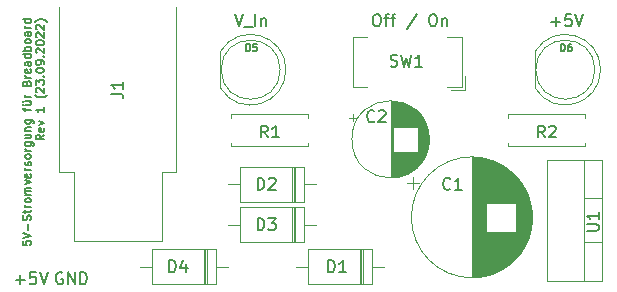
<source format=gbr>
%TF.GenerationSoftware,KiCad,Pcbnew,6.0.5-2.fc35*%
%TF.CreationDate,2022-09-23T18:32:41+02:00*%
%TF.ProjectId,Stromversorgung f_r Breadboard,5374726f-6d76-4657-9273-6f7267756e67,1*%
%TF.SameCoordinates,Original*%
%TF.FileFunction,Legend,Top*%
%TF.FilePolarity,Positive*%
%FSLAX46Y46*%
G04 Gerber Fmt 4.6, Leading zero omitted, Abs format (unit mm)*
G04 Created by KiCad (PCBNEW 6.0.5-2.fc35) date 2022-09-23 18:32:41*
%MOMM*%
%LPD*%
G01*
G04 APERTURE LIST*
%ADD10C,0.150000*%
%ADD11C,0.120000*%
G04 APERTURE END LIST*
D10*
X115258166Y-83419833D02*
X115258166Y-83753166D01*
X115591500Y-83786500D01*
X115558166Y-83753166D01*
X115524833Y-83686500D01*
X115524833Y-83519833D01*
X115558166Y-83453166D01*
X115591500Y-83419833D01*
X115658166Y-83386500D01*
X115824833Y-83386500D01*
X115891500Y-83419833D01*
X115924833Y-83453166D01*
X115958166Y-83519833D01*
X115958166Y-83686500D01*
X115924833Y-83753166D01*
X115891500Y-83786500D01*
X115258166Y-83186500D02*
X115958166Y-82953166D01*
X115258166Y-82719833D01*
X115691500Y-82486500D02*
X115691500Y-81953166D01*
X115924833Y-81653166D02*
X115958166Y-81553166D01*
X115958166Y-81386500D01*
X115924833Y-81319833D01*
X115891500Y-81286500D01*
X115824833Y-81253166D01*
X115758166Y-81253166D01*
X115691500Y-81286500D01*
X115658166Y-81319833D01*
X115624833Y-81386500D01*
X115591500Y-81519833D01*
X115558166Y-81586500D01*
X115524833Y-81619833D01*
X115458166Y-81653166D01*
X115391500Y-81653166D01*
X115324833Y-81619833D01*
X115291500Y-81586500D01*
X115258166Y-81519833D01*
X115258166Y-81353166D01*
X115291500Y-81253166D01*
X115491500Y-81053166D02*
X115491500Y-80786500D01*
X115258166Y-80953166D02*
X115858166Y-80953166D01*
X115924833Y-80919833D01*
X115958166Y-80853166D01*
X115958166Y-80786500D01*
X115958166Y-80553166D02*
X115491500Y-80553166D01*
X115624833Y-80553166D02*
X115558166Y-80519833D01*
X115524833Y-80486500D01*
X115491500Y-80419833D01*
X115491500Y-80353166D01*
X115958166Y-80019833D02*
X115924833Y-80086500D01*
X115891500Y-80119833D01*
X115824833Y-80153166D01*
X115624833Y-80153166D01*
X115558166Y-80119833D01*
X115524833Y-80086500D01*
X115491500Y-80019833D01*
X115491500Y-79919833D01*
X115524833Y-79853166D01*
X115558166Y-79819833D01*
X115624833Y-79786500D01*
X115824833Y-79786500D01*
X115891500Y-79819833D01*
X115924833Y-79853166D01*
X115958166Y-79919833D01*
X115958166Y-80019833D01*
X115958166Y-79486500D02*
X115491500Y-79486500D01*
X115558166Y-79486500D02*
X115524833Y-79453166D01*
X115491500Y-79386500D01*
X115491500Y-79286500D01*
X115524833Y-79219833D01*
X115591500Y-79186500D01*
X115958166Y-79186500D01*
X115591500Y-79186500D02*
X115524833Y-79153166D01*
X115491500Y-79086500D01*
X115491500Y-78986500D01*
X115524833Y-78919833D01*
X115591500Y-78886500D01*
X115958166Y-78886500D01*
X115491500Y-78619833D02*
X115958166Y-78453166D01*
X115491500Y-78286500D01*
X115924833Y-77753166D02*
X115958166Y-77819833D01*
X115958166Y-77953166D01*
X115924833Y-78019833D01*
X115858166Y-78053166D01*
X115591500Y-78053166D01*
X115524833Y-78019833D01*
X115491500Y-77953166D01*
X115491500Y-77819833D01*
X115524833Y-77753166D01*
X115591500Y-77719833D01*
X115658166Y-77719833D01*
X115724833Y-78053166D01*
X115958166Y-77419833D02*
X115491500Y-77419833D01*
X115624833Y-77419833D02*
X115558166Y-77386500D01*
X115524833Y-77353166D01*
X115491500Y-77286500D01*
X115491500Y-77219833D01*
X115924833Y-77019833D02*
X115958166Y-76953166D01*
X115958166Y-76819833D01*
X115924833Y-76753166D01*
X115858166Y-76719833D01*
X115824833Y-76719833D01*
X115758166Y-76753166D01*
X115724833Y-76819833D01*
X115724833Y-76919833D01*
X115691500Y-76986500D01*
X115624833Y-77019833D01*
X115591500Y-77019833D01*
X115524833Y-76986500D01*
X115491500Y-76919833D01*
X115491500Y-76819833D01*
X115524833Y-76753166D01*
X115958166Y-76319833D02*
X115924833Y-76386500D01*
X115891500Y-76419833D01*
X115824833Y-76453166D01*
X115624833Y-76453166D01*
X115558166Y-76419833D01*
X115524833Y-76386500D01*
X115491500Y-76319833D01*
X115491500Y-76219833D01*
X115524833Y-76153166D01*
X115558166Y-76119833D01*
X115624833Y-76086500D01*
X115824833Y-76086500D01*
X115891500Y-76119833D01*
X115924833Y-76153166D01*
X115958166Y-76219833D01*
X115958166Y-76319833D01*
X115958166Y-75786500D02*
X115491500Y-75786500D01*
X115624833Y-75786500D02*
X115558166Y-75753166D01*
X115524833Y-75719833D01*
X115491500Y-75653166D01*
X115491500Y-75586500D01*
X115491500Y-75053166D02*
X116058166Y-75053166D01*
X116124833Y-75086500D01*
X116158166Y-75119833D01*
X116191500Y-75186500D01*
X116191500Y-75286500D01*
X116158166Y-75353166D01*
X115924833Y-75053166D02*
X115958166Y-75119833D01*
X115958166Y-75253166D01*
X115924833Y-75319833D01*
X115891500Y-75353166D01*
X115824833Y-75386500D01*
X115624833Y-75386500D01*
X115558166Y-75353166D01*
X115524833Y-75319833D01*
X115491500Y-75253166D01*
X115491500Y-75119833D01*
X115524833Y-75053166D01*
X115491500Y-74419833D02*
X115958166Y-74419833D01*
X115491500Y-74719833D02*
X115858166Y-74719833D01*
X115924833Y-74686500D01*
X115958166Y-74619833D01*
X115958166Y-74519833D01*
X115924833Y-74453166D01*
X115891500Y-74419833D01*
X115491500Y-74086500D02*
X115958166Y-74086500D01*
X115558166Y-74086500D02*
X115524833Y-74053166D01*
X115491500Y-73986500D01*
X115491500Y-73886500D01*
X115524833Y-73819833D01*
X115591500Y-73786500D01*
X115958166Y-73786500D01*
X115491500Y-73153166D02*
X116058166Y-73153166D01*
X116124833Y-73186500D01*
X116158166Y-73219833D01*
X116191500Y-73286500D01*
X116191500Y-73386500D01*
X116158166Y-73453166D01*
X115924833Y-73153166D02*
X115958166Y-73219833D01*
X115958166Y-73353166D01*
X115924833Y-73419833D01*
X115891500Y-73453166D01*
X115824833Y-73486500D01*
X115624833Y-73486500D01*
X115558166Y-73453166D01*
X115524833Y-73419833D01*
X115491500Y-73353166D01*
X115491500Y-73219833D01*
X115524833Y-73153166D01*
X115491500Y-72386500D02*
X115491500Y-72119833D01*
X115958166Y-72286500D02*
X115358166Y-72286500D01*
X115291500Y-72253166D01*
X115258166Y-72186500D01*
X115258166Y-72119833D01*
X115491500Y-71586500D02*
X115958166Y-71586500D01*
X115491500Y-71886500D02*
X115858166Y-71886500D01*
X115924833Y-71853166D01*
X115958166Y-71786500D01*
X115958166Y-71686500D01*
X115924833Y-71619833D01*
X115891500Y-71586500D01*
X115258166Y-71853166D02*
X115291500Y-71819833D01*
X115324833Y-71853166D01*
X115291500Y-71886500D01*
X115258166Y-71853166D01*
X115324833Y-71853166D01*
X115258166Y-71586500D02*
X115291500Y-71553166D01*
X115324833Y-71586500D01*
X115291500Y-71619833D01*
X115258166Y-71586500D01*
X115324833Y-71586500D01*
X115958166Y-71253166D02*
X115491500Y-71253166D01*
X115624833Y-71253166D02*
X115558166Y-71219833D01*
X115524833Y-71186500D01*
X115491500Y-71119833D01*
X115491500Y-71053166D01*
X115591500Y-70053166D02*
X115624833Y-69953166D01*
X115658166Y-69919833D01*
X115724833Y-69886500D01*
X115824833Y-69886500D01*
X115891500Y-69919833D01*
X115924833Y-69953166D01*
X115958166Y-70019833D01*
X115958166Y-70286500D01*
X115258166Y-70286500D01*
X115258166Y-70053166D01*
X115291500Y-69986500D01*
X115324833Y-69953166D01*
X115391500Y-69919833D01*
X115458166Y-69919833D01*
X115524833Y-69953166D01*
X115558166Y-69986500D01*
X115591500Y-70053166D01*
X115591500Y-70286500D01*
X115958166Y-69586500D02*
X115491500Y-69586500D01*
X115624833Y-69586500D02*
X115558166Y-69553166D01*
X115524833Y-69519833D01*
X115491500Y-69453166D01*
X115491500Y-69386500D01*
X115924833Y-68886500D02*
X115958166Y-68953166D01*
X115958166Y-69086500D01*
X115924833Y-69153166D01*
X115858166Y-69186500D01*
X115591500Y-69186500D01*
X115524833Y-69153166D01*
X115491500Y-69086500D01*
X115491500Y-68953166D01*
X115524833Y-68886500D01*
X115591500Y-68853166D01*
X115658166Y-68853166D01*
X115724833Y-69186500D01*
X115958166Y-68253166D02*
X115591500Y-68253166D01*
X115524833Y-68286500D01*
X115491500Y-68353166D01*
X115491500Y-68486500D01*
X115524833Y-68553166D01*
X115924833Y-68253166D02*
X115958166Y-68319833D01*
X115958166Y-68486500D01*
X115924833Y-68553166D01*
X115858166Y-68586500D01*
X115791500Y-68586500D01*
X115724833Y-68553166D01*
X115691500Y-68486500D01*
X115691500Y-68319833D01*
X115658166Y-68253166D01*
X115958166Y-67619833D02*
X115258166Y-67619833D01*
X115924833Y-67619833D02*
X115958166Y-67686500D01*
X115958166Y-67819833D01*
X115924833Y-67886500D01*
X115891500Y-67919833D01*
X115824833Y-67953166D01*
X115624833Y-67953166D01*
X115558166Y-67919833D01*
X115524833Y-67886500D01*
X115491500Y-67819833D01*
X115491500Y-67686500D01*
X115524833Y-67619833D01*
X115958166Y-67286500D02*
X115258166Y-67286500D01*
X115524833Y-67286500D02*
X115491500Y-67219833D01*
X115491500Y-67086500D01*
X115524833Y-67019833D01*
X115558166Y-66986500D01*
X115624833Y-66953166D01*
X115824833Y-66953166D01*
X115891500Y-66986500D01*
X115924833Y-67019833D01*
X115958166Y-67086500D01*
X115958166Y-67219833D01*
X115924833Y-67286500D01*
X115958166Y-66553166D02*
X115924833Y-66619833D01*
X115891500Y-66653166D01*
X115824833Y-66686500D01*
X115624833Y-66686500D01*
X115558166Y-66653166D01*
X115524833Y-66619833D01*
X115491500Y-66553166D01*
X115491500Y-66453166D01*
X115524833Y-66386500D01*
X115558166Y-66353166D01*
X115624833Y-66319833D01*
X115824833Y-66319833D01*
X115891500Y-66353166D01*
X115924833Y-66386500D01*
X115958166Y-66453166D01*
X115958166Y-66553166D01*
X115958166Y-65719833D02*
X115591500Y-65719833D01*
X115524833Y-65753166D01*
X115491500Y-65819833D01*
X115491500Y-65953166D01*
X115524833Y-66019833D01*
X115924833Y-65719833D02*
X115958166Y-65786500D01*
X115958166Y-65953166D01*
X115924833Y-66019833D01*
X115858166Y-66053166D01*
X115791500Y-66053166D01*
X115724833Y-66019833D01*
X115691500Y-65953166D01*
X115691500Y-65786500D01*
X115658166Y-65719833D01*
X115958166Y-65386500D02*
X115491500Y-65386500D01*
X115624833Y-65386500D02*
X115558166Y-65353166D01*
X115524833Y-65319833D01*
X115491500Y-65253166D01*
X115491500Y-65186500D01*
X115958166Y-64653166D02*
X115258166Y-64653166D01*
X115924833Y-64653166D02*
X115958166Y-64719833D01*
X115958166Y-64853166D01*
X115924833Y-64919833D01*
X115891500Y-64953166D01*
X115824833Y-64986500D01*
X115624833Y-64986500D01*
X115558166Y-64953166D01*
X115524833Y-64919833D01*
X115491500Y-64853166D01*
X115491500Y-64719833D01*
X115524833Y-64653166D01*
X117085166Y-74419833D02*
X116751833Y-74653166D01*
X117085166Y-74819833D02*
X116385166Y-74819833D01*
X116385166Y-74553166D01*
X116418500Y-74486500D01*
X116451833Y-74453166D01*
X116518500Y-74419833D01*
X116618500Y-74419833D01*
X116685166Y-74453166D01*
X116718500Y-74486500D01*
X116751833Y-74553166D01*
X116751833Y-74819833D01*
X117051833Y-73853166D02*
X117085166Y-73919833D01*
X117085166Y-74053166D01*
X117051833Y-74119833D01*
X116985166Y-74153166D01*
X116718500Y-74153166D01*
X116651833Y-74119833D01*
X116618500Y-74053166D01*
X116618500Y-73919833D01*
X116651833Y-73853166D01*
X116718500Y-73819833D01*
X116785166Y-73819833D01*
X116851833Y-74153166D01*
X116618500Y-73586500D02*
X117085166Y-73419833D01*
X116618500Y-73253166D01*
X117085166Y-72086500D02*
X117085166Y-72486500D01*
X117085166Y-72286500D02*
X116385166Y-72286500D01*
X116485166Y-72353166D01*
X116551833Y-72419833D01*
X116585166Y-72486500D01*
X117351833Y-71053166D02*
X117318500Y-71086500D01*
X117218500Y-71153166D01*
X117151833Y-71186500D01*
X117051833Y-71219833D01*
X116885166Y-71253166D01*
X116751833Y-71253166D01*
X116585166Y-71219833D01*
X116485166Y-71186500D01*
X116418500Y-71153166D01*
X116318500Y-71086500D01*
X116285166Y-71053166D01*
X116451833Y-70819833D02*
X116418500Y-70786500D01*
X116385166Y-70719833D01*
X116385166Y-70553166D01*
X116418500Y-70486500D01*
X116451833Y-70453166D01*
X116518500Y-70419833D01*
X116585166Y-70419833D01*
X116685166Y-70453166D01*
X117085166Y-70853166D01*
X117085166Y-70419833D01*
X116385166Y-70186500D02*
X116385166Y-69753166D01*
X116651833Y-69986500D01*
X116651833Y-69886500D01*
X116685166Y-69819833D01*
X116718500Y-69786500D01*
X116785166Y-69753166D01*
X116951833Y-69753166D01*
X117018500Y-69786500D01*
X117051833Y-69819833D01*
X117085166Y-69886500D01*
X117085166Y-70086500D01*
X117051833Y-70153166D01*
X117018500Y-70186500D01*
X117018500Y-69453166D02*
X117051833Y-69419833D01*
X117085166Y-69453166D01*
X117051833Y-69486500D01*
X117018500Y-69453166D01*
X117085166Y-69453166D01*
X116385166Y-68986500D02*
X116385166Y-68919833D01*
X116418500Y-68853166D01*
X116451833Y-68819833D01*
X116518500Y-68786500D01*
X116651833Y-68753166D01*
X116818500Y-68753166D01*
X116951833Y-68786500D01*
X117018500Y-68819833D01*
X117051833Y-68853166D01*
X117085166Y-68919833D01*
X117085166Y-68986500D01*
X117051833Y-69053166D01*
X117018500Y-69086500D01*
X116951833Y-69119833D01*
X116818500Y-69153166D01*
X116651833Y-69153166D01*
X116518500Y-69119833D01*
X116451833Y-69086500D01*
X116418500Y-69053166D01*
X116385166Y-68986500D01*
X117085166Y-68419833D02*
X117085166Y-68286500D01*
X117051833Y-68219833D01*
X117018500Y-68186500D01*
X116918500Y-68119833D01*
X116785166Y-68086500D01*
X116518500Y-68086500D01*
X116451833Y-68119833D01*
X116418500Y-68153166D01*
X116385166Y-68219833D01*
X116385166Y-68353166D01*
X116418500Y-68419833D01*
X116451833Y-68453166D01*
X116518500Y-68486500D01*
X116685166Y-68486500D01*
X116751833Y-68453166D01*
X116785166Y-68419833D01*
X116818500Y-68353166D01*
X116818500Y-68219833D01*
X116785166Y-68153166D01*
X116751833Y-68119833D01*
X116685166Y-68086500D01*
X117018500Y-67786500D02*
X117051833Y-67753166D01*
X117085166Y-67786500D01*
X117051833Y-67819833D01*
X117018500Y-67786500D01*
X117085166Y-67786500D01*
X116451833Y-67486500D02*
X116418500Y-67453166D01*
X116385166Y-67386500D01*
X116385166Y-67219833D01*
X116418500Y-67153166D01*
X116451833Y-67119833D01*
X116518500Y-67086500D01*
X116585166Y-67086500D01*
X116685166Y-67119833D01*
X117085166Y-67519833D01*
X117085166Y-67086500D01*
X116385166Y-66653166D02*
X116385166Y-66586500D01*
X116418500Y-66519833D01*
X116451833Y-66486500D01*
X116518500Y-66453166D01*
X116651833Y-66419833D01*
X116818500Y-66419833D01*
X116951833Y-66453166D01*
X117018500Y-66486500D01*
X117051833Y-66519833D01*
X117085166Y-66586500D01*
X117085166Y-66653166D01*
X117051833Y-66719833D01*
X117018500Y-66753166D01*
X116951833Y-66786500D01*
X116818500Y-66819833D01*
X116651833Y-66819833D01*
X116518500Y-66786500D01*
X116451833Y-66753166D01*
X116418500Y-66719833D01*
X116385166Y-66653166D01*
X116451833Y-66153166D02*
X116418500Y-66119833D01*
X116385166Y-66053166D01*
X116385166Y-65886500D01*
X116418500Y-65819833D01*
X116451833Y-65786500D01*
X116518500Y-65753166D01*
X116585166Y-65753166D01*
X116685166Y-65786500D01*
X117085166Y-66186500D01*
X117085166Y-65753166D01*
X116451833Y-65486500D02*
X116418500Y-65453166D01*
X116385166Y-65386500D01*
X116385166Y-65219833D01*
X116418500Y-65153166D01*
X116451833Y-65119833D01*
X116518500Y-65086500D01*
X116585166Y-65086500D01*
X116685166Y-65119833D01*
X117085166Y-65519833D01*
X117085166Y-65086500D01*
X117351833Y-64853166D02*
X117318500Y-64819833D01*
X117218500Y-64753166D01*
X117151833Y-64719833D01*
X117051833Y-64686500D01*
X116885166Y-64653166D01*
X116751833Y-64653166D01*
X116585166Y-64686500D01*
X116485166Y-64719833D01*
X116418500Y-64753166D01*
X116318500Y-64819833D01*
X116285166Y-64853166D01*
X160004285Y-64841428D02*
X160766190Y-64841428D01*
X160385238Y-65222380D02*
X160385238Y-64460476D01*
X161718571Y-64222380D02*
X161242380Y-64222380D01*
X161194761Y-64698571D01*
X161242380Y-64650952D01*
X161337619Y-64603333D01*
X161575714Y-64603333D01*
X161670952Y-64650952D01*
X161718571Y-64698571D01*
X161766190Y-64793809D01*
X161766190Y-65031904D01*
X161718571Y-65127142D01*
X161670952Y-65174761D01*
X161575714Y-65222380D01*
X161337619Y-65222380D01*
X161242380Y-65174761D01*
X161194761Y-65127142D01*
X162051904Y-64222380D02*
X162385238Y-65222380D01*
X162718571Y-64222380D01*
X145153428Y-64222380D02*
X145343904Y-64222380D01*
X145439142Y-64270000D01*
X145534380Y-64365238D01*
X145582000Y-64555714D01*
X145582000Y-64889047D01*
X145534380Y-65079523D01*
X145439142Y-65174761D01*
X145343904Y-65222380D01*
X145153428Y-65222380D01*
X145058190Y-65174761D01*
X144962952Y-65079523D01*
X144915333Y-64889047D01*
X144915333Y-64555714D01*
X144962952Y-64365238D01*
X145058190Y-64270000D01*
X145153428Y-64222380D01*
X145867714Y-64555714D02*
X146248666Y-64555714D01*
X146010571Y-65222380D02*
X146010571Y-64365238D01*
X146058190Y-64270000D01*
X146153428Y-64222380D01*
X146248666Y-64222380D01*
X146439142Y-64555714D02*
X146820095Y-64555714D01*
X146582000Y-65222380D02*
X146582000Y-64365238D01*
X146629619Y-64270000D01*
X146724857Y-64222380D01*
X146820095Y-64222380D01*
X148629619Y-64174761D02*
X147772476Y-65460476D01*
X149915333Y-64222380D02*
X150105809Y-64222380D01*
X150201047Y-64270000D01*
X150296285Y-64365238D01*
X150343904Y-64555714D01*
X150343904Y-64889047D01*
X150296285Y-65079523D01*
X150201047Y-65174761D01*
X150105809Y-65222380D01*
X149915333Y-65222380D01*
X149820095Y-65174761D01*
X149724857Y-65079523D01*
X149677238Y-64889047D01*
X149677238Y-64555714D01*
X149724857Y-64365238D01*
X149820095Y-64270000D01*
X149915333Y-64222380D01*
X150772476Y-64555714D02*
X150772476Y-65222380D01*
X150772476Y-64650952D02*
X150820095Y-64603333D01*
X150915333Y-64555714D01*
X151058190Y-64555714D01*
X151153428Y-64603333D01*
X151201047Y-64698571D01*
X151201047Y-65222380D01*
X114665285Y-86685428D02*
X115427190Y-86685428D01*
X115046238Y-87066380D02*
X115046238Y-86304476D01*
X116379571Y-86066380D02*
X115903380Y-86066380D01*
X115855761Y-86542571D01*
X115903380Y-86494952D01*
X115998619Y-86447333D01*
X116236714Y-86447333D01*
X116331952Y-86494952D01*
X116379571Y-86542571D01*
X116427190Y-86637809D01*
X116427190Y-86875904D01*
X116379571Y-86971142D01*
X116331952Y-87018761D01*
X116236714Y-87066380D01*
X115998619Y-87066380D01*
X115903380Y-87018761D01*
X115855761Y-86971142D01*
X116712904Y-86066380D02*
X117046238Y-87066380D01*
X117379571Y-86066380D01*
X133215238Y-64222380D02*
X133548571Y-65222380D01*
X133881904Y-64222380D01*
X133977142Y-65317619D02*
X134739047Y-65317619D01*
X134977142Y-65222380D02*
X134977142Y-64222380D01*
X135453333Y-64555714D02*
X135453333Y-65222380D01*
X135453333Y-64650952D02*
X135500952Y-64603333D01*
X135596190Y-64555714D01*
X135739047Y-64555714D01*
X135834285Y-64603333D01*
X135881904Y-64698571D01*
X135881904Y-65222380D01*
X118618095Y-86114000D02*
X118522857Y-86066380D01*
X118380000Y-86066380D01*
X118237142Y-86114000D01*
X118141904Y-86209238D01*
X118094285Y-86304476D01*
X118046666Y-86494952D01*
X118046666Y-86637809D01*
X118094285Y-86828285D01*
X118141904Y-86923523D01*
X118237142Y-87018761D01*
X118380000Y-87066380D01*
X118475238Y-87066380D01*
X118618095Y-87018761D01*
X118665714Y-86971142D01*
X118665714Y-86637809D01*
X118475238Y-86637809D01*
X119094285Y-87066380D02*
X119094285Y-86066380D01*
X119665714Y-87066380D01*
X119665714Y-86066380D01*
X120141904Y-87066380D02*
X120141904Y-86066380D01*
X120380000Y-86066380D01*
X120522857Y-86114000D01*
X120618095Y-86209238D01*
X120665714Y-86304476D01*
X120713333Y-86494952D01*
X120713333Y-86637809D01*
X120665714Y-86828285D01*
X120618095Y-86923523D01*
X120522857Y-87018761D01*
X120380000Y-87066380D01*
X120141904Y-87066380D01*
%TO.C,D5*%
X134204142Y-67327428D02*
X134204142Y-66727428D01*
X134347000Y-66727428D01*
X134432714Y-66756000D01*
X134489857Y-66813142D01*
X134518428Y-66870285D01*
X134547000Y-66984571D01*
X134547000Y-67070285D01*
X134518428Y-67184571D01*
X134489857Y-67241714D01*
X134432714Y-67298857D01*
X134347000Y-67327428D01*
X134204142Y-67327428D01*
X135089857Y-66727428D02*
X134804142Y-66727428D01*
X134775571Y-67013142D01*
X134804142Y-66984571D01*
X134861285Y-66956000D01*
X135004142Y-66956000D01*
X135061285Y-66984571D01*
X135089857Y-67013142D01*
X135118428Y-67070285D01*
X135118428Y-67213142D01*
X135089857Y-67270285D01*
X135061285Y-67298857D01*
X135004142Y-67327428D01*
X134861285Y-67327428D01*
X134804142Y-67298857D01*
X134775571Y-67270285D01*
%TO.C,SW1*%
X146422666Y-68596761D02*
X146565523Y-68644380D01*
X146803619Y-68644380D01*
X146898857Y-68596761D01*
X146946476Y-68549142D01*
X146994095Y-68453904D01*
X146994095Y-68358666D01*
X146946476Y-68263428D01*
X146898857Y-68215809D01*
X146803619Y-68168190D01*
X146613142Y-68120571D01*
X146517904Y-68072952D01*
X146470285Y-68025333D01*
X146422666Y-67930095D01*
X146422666Y-67834857D01*
X146470285Y-67739619D01*
X146517904Y-67692000D01*
X146613142Y-67644380D01*
X146851238Y-67644380D01*
X146994095Y-67692000D01*
X147327428Y-67644380D02*
X147565523Y-68644380D01*
X147756000Y-67930095D01*
X147946476Y-68644380D01*
X148184571Y-67644380D01*
X149089333Y-68644380D02*
X148517904Y-68644380D01*
X148803619Y-68644380D02*
X148803619Y-67644380D01*
X148708380Y-67787238D01*
X148613142Y-67882476D01*
X148517904Y-67930095D01*
%TO.C,D2*%
X135151904Y-79065380D02*
X135151904Y-78065380D01*
X135390000Y-78065380D01*
X135532857Y-78113000D01*
X135628095Y-78208238D01*
X135675714Y-78303476D01*
X135723333Y-78493952D01*
X135723333Y-78636809D01*
X135675714Y-78827285D01*
X135628095Y-78922523D01*
X135532857Y-79017761D01*
X135390000Y-79065380D01*
X135151904Y-79065380D01*
X136104285Y-78160619D02*
X136151904Y-78113000D01*
X136247142Y-78065380D01*
X136485238Y-78065380D01*
X136580476Y-78113000D01*
X136628095Y-78160619D01*
X136675714Y-78255857D01*
X136675714Y-78351095D01*
X136628095Y-78493952D01*
X136056666Y-79065380D01*
X136675714Y-79065380D01*
%TO.C,R1*%
X136011333Y-74644380D02*
X135678000Y-74168190D01*
X135439904Y-74644380D02*
X135439904Y-73644380D01*
X135820857Y-73644380D01*
X135916095Y-73692000D01*
X135963714Y-73739619D01*
X136011333Y-73834857D01*
X136011333Y-73977714D01*
X135963714Y-74072952D01*
X135916095Y-74120571D01*
X135820857Y-74168190D01*
X135439904Y-74168190D01*
X136963714Y-74644380D02*
X136392285Y-74644380D01*
X136678000Y-74644380D02*
X136678000Y-73644380D01*
X136582761Y-73787238D01*
X136487523Y-73882476D01*
X136392285Y-73930095D01*
%TO.C,C1*%
X151471333Y-78970142D02*
X151423714Y-79017761D01*
X151280857Y-79065380D01*
X151185619Y-79065380D01*
X151042761Y-79017761D01*
X150947523Y-78922523D01*
X150899904Y-78827285D01*
X150852285Y-78636809D01*
X150852285Y-78493952D01*
X150899904Y-78303476D01*
X150947523Y-78208238D01*
X151042761Y-78113000D01*
X151185619Y-78065380D01*
X151280857Y-78065380D01*
X151423714Y-78113000D01*
X151471333Y-78160619D01*
X152423714Y-79065380D02*
X151852285Y-79065380D01*
X152138000Y-79065380D02*
X152138000Y-78065380D01*
X152042761Y-78208238D01*
X151947523Y-78303476D01*
X151852285Y-78351095D01*
%TO.C,U1*%
X163028380Y-82549904D02*
X163837904Y-82549904D01*
X163933142Y-82502285D01*
X163980761Y-82454666D01*
X164028380Y-82359428D01*
X164028380Y-82168952D01*
X163980761Y-82073714D01*
X163933142Y-82026095D01*
X163837904Y-81978476D01*
X163028380Y-81978476D01*
X164028380Y-80978476D02*
X164028380Y-81549904D01*
X164028380Y-81264190D02*
X163028380Y-81264190D01*
X163171238Y-81359428D01*
X163266476Y-81454666D01*
X163314095Y-81549904D01*
%TO.C,D3*%
X135151904Y-82494380D02*
X135151904Y-81494380D01*
X135390000Y-81494380D01*
X135532857Y-81542000D01*
X135628095Y-81637238D01*
X135675714Y-81732476D01*
X135723333Y-81922952D01*
X135723333Y-82065809D01*
X135675714Y-82256285D01*
X135628095Y-82351523D01*
X135532857Y-82446761D01*
X135390000Y-82494380D01*
X135151904Y-82494380D01*
X136056666Y-81494380D02*
X136675714Y-81494380D01*
X136342380Y-81875333D01*
X136485238Y-81875333D01*
X136580476Y-81922952D01*
X136628095Y-81970571D01*
X136675714Y-82065809D01*
X136675714Y-82303904D01*
X136628095Y-82399142D01*
X136580476Y-82446761D01*
X136485238Y-82494380D01*
X136199523Y-82494380D01*
X136104285Y-82446761D01*
X136056666Y-82399142D01*
%TO.C,D1*%
X141120904Y-86050380D02*
X141120904Y-85050380D01*
X141359000Y-85050380D01*
X141501857Y-85098000D01*
X141597095Y-85193238D01*
X141644714Y-85288476D01*
X141692333Y-85478952D01*
X141692333Y-85621809D01*
X141644714Y-85812285D01*
X141597095Y-85907523D01*
X141501857Y-86002761D01*
X141359000Y-86050380D01*
X141120904Y-86050380D01*
X142644714Y-86050380D02*
X142073285Y-86050380D01*
X142359000Y-86050380D02*
X142359000Y-85050380D01*
X142263761Y-85193238D01*
X142168523Y-85288476D01*
X142073285Y-85336095D01*
%TO.C,D4*%
X127658904Y-86050380D02*
X127658904Y-85050380D01*
X127897000Y-85050380D01*
X128039857Y-85098000D01*
X128135095Y-85193238D01*
X128182714Y-85288476D01*
X128230333Y-85478952D01*
X128230333Y-85621809D01*
X128182714Y-85812285D01*
X128135095Y-85907523D01*
X128039857Y-86002761D01*
X127897000Y-86050380D01*
X127658904Y-86050380D01*
X129087476Y-85383714D02*
X129087476Y-86050380D01*
X128849380Y-85002761D02*
X128611285Y-85717047D01*
X129230333Y-85717047D01*
%TO.C,R2*%
X159472333Y-74644380D02*
X159139000Y-74168190D01*
X158900904Y-74644380D02*
X158900904Y-73644380D01*
X159281857Y-73644380D01*
X159377095Y-73692000D01*
X159424714Y-73739619D01*
X159472333Y-73834857D01*
X159472333Y-73977714D01*
X159424714Y-74072952D01*
X159377095Y-74120571D01*
X159281857Y-74168190D01*
X158900904Y-74168190D01*
X159853285Y-73739619D02*
X159900904Y-73692000D01*
X159996142Y-73644380D01*
X160234238Y-73644380D01*
X160329476Y-73692000D01*
X160377095Y-73739619D01*
X160424714Y-73834857D01*
X160424714Y-73930095D01*
X160377095Y-74072952D01*
X159805666Y-74644380D01*
X160424714Y-74644380D01*
%TO.C,C2*%
X145033712Y-73255142D02*
X144986093Y-73302761D01*
X144843236Y-73350380D01*
X144747998Y-73350380D01*
X144605140Y-73302761D01*
X144509902Y-73207523D01*
X144462283Y-73112285D01*
X144414664Y-72921809D01*
X144414664Y-72778952D01*
X144462283Y-72588476D01*
X144509902Y-72493238D01*
X144605140Y-72398000D01*
X144747998Y-72350380D01*
X144843236Y-72350380D01*
X144986093Y-72398000D01*
X145033712Y-72445619D01*
X145414664Y-72445619D02*
X145462283Y-72398000D01*
X145557521Y-72350380D01*
X145795617Y-72350380D01*
X145890855Y-72398000D01*
X145938474Y-72445619D01*
X145986093Y-72540857D01*
X145986093Y-72636095D01*
X145938474Y-72778952D01*
X145367045Y-73350380D01*
X145986093Y-73350380D01*
%TO.C,D6*%
X160847142Y-67327428D02*
X160847142Y-66727428D01*
X160990000Y-66727428D01*
X161075714Y-66756000D01*
X161132857Y-66813142D01*
X161161428Y-66870285D01*
X161190000Y-66984571D01*
X161190000Y-67070285D01*
X161161428Y-67184571D01*
X161132857Y-67241714D01*
X161075714Y-67298857D01*
X160990000Y-67327428D01*
X160847142Y-67327428D01*
X161704285Y-66727428D02*
X161590000Y-66727428D01*
X161532857Y-66756000D01*
X161504285Y-66784571D01*
X161447142Y-66870285D01*
X161418571Y-66984571D01*
X161418571Y-67213142D01*
X161447142Y-67270285D01*
X161475714Y-67298857D01*
X161532857Y-67327428D01*
X161647142Y-67327428D01*
X161704285Y-67298857D01*
X161732857Y-67270285D01*
X161761428Y-67213142D01*
X161761428Y-67070285D01*
X161732857Y-67013142D01*
X161704285Y-66984571D01*
X161647142Y-66956000D01*
X161532857Y-66956000D01*
X161475714Y-66984571D01*
X161447142Y-67013142D01*
X161418571Y-67070285D01*
%TO.C,J1*%
X122769380Y-70945333D02*
X123483666Y-70945333D01*
X123626523Y-70992952D01*
X123721761Y-71088190D01*
X123769380Y-71231047D01*
X123769380Y-71326285D01*
X123769380Y-69945333D02*
X123769380Y-70516761D01*
X123769380Y-70231047D02*
X122769380Y-70231047D01*
X122912238Y-70326285D01*
X123007476Y-70421523D01*
X123055095Y-70516761D01*
D11*
%TO.C,D5*%
X132005000Y-67364000D02*
X132005000Y-70454000D01*
X137555000Y-68909462D02*
G75*
G03*
X132005000Y-67364170I-2990000J462D01*
G01*
X132005000Y-70453830D02*
G75*
G03*
X137555000Y-68908538I2560000J1544830D01*
G01*
X137065000Y-68909000D02*
G75*
G03*
X137065000Y-68909000I-2500000J0D01*
G01*
%TO.C,SW1*%
X152732000Y-70659000D02*
X152732000Y-69459000D01*
X143232000Y-66159000D02*
X144432000Y-66159000D01*
X151232000Y-70359000D02*
X152432000Y-70359000D01*
X144432000Y-70359000D02*
X143232000Y-70359000D01*
X143232000Y-70359000D02*
X143232000Y-66159000D01*
X151532000Y-70659000D02*
X152732000Y-70659000D01*
X152432000Y-70359000D02*
X152432000Y-66159000D01*
X152432000Y-66159000D02*
X151232000Y-66159000D01*
%TO.C,D2*%
X133678000Y-77143000D02*
X133678000Y-80083000D01*
X138218000Y-80083000D02*
X138218000Y-77143000D01*
X132658000Y-78613000D02*
X133678000Y-78613000D01*
X139118000Y-77143000D02*
X133678000Y-77143000D01*
X138098000Y-80083000D02*
X138098000Y-77143000D01*
X138338000Y-80083000D02*
X138338000Y-77143000D01*
X140138000Y-78613000D02*
X139118000Y-78613000D01*
X139118000Y-80083000D02*
X139118000Y-77143000D01*
X133678000Y-80083000D02*
X139118000Y-80083000D01*
%TO.C,R1*%
X132908000Y-75081000D02*
X132908000Y-75411000D01*
X132908000Y-75411000D02*
X139448000Y-75411000D01*
X139448000Y-75411000D02*
X139448000Y-75081000D01*
X139448000Y-72671000D02*
X139448000Y-73001000D01*
X132908000Y-73001000D02*
X132908000Y-72671000D01*
X132908000Y-72671000D02*
X139448000Y-72671000D01*
%TO.C,C1*%
X156495323Y-77450000D02*
X156495323Y-80166000D01*
X156895323Y-77806000D02*
X156895323Y-80166000D01*
X155135323Y-82648000D02*
X155135323Y-86145000D01*
X155415323Y-76786000D02*
X155415323Y-80166000D01*
X158055323Y-79561000D02*
X158055323Y-83253000D01*
X155535323Y-76843000D02*
X155535323Y-80166000D01*
X156015323Y-77109000D02*
X156015323Y-80166000D01*
X154535323Y-76479000D02*
X154535323Y-86335000D01*
X157735323Y-78897000D02*
X157735323Y-83917000D01*
X157655323Y-78762000D02*
X157655323Y-84052000D01*
X154855323Y-82648000D02*
X154855323Y-86244000D01*
X155935323Y-82648000D02*
X155935323Y-85754000D01*
X157095323Y-78015000D02*
X157095323Y-84799000D01*
X155695323Y-82648000D02*
X155695323Y-85890000D01*
X156735323Y-77654000D02*
X156735323Y-80166000D01*
X156415323Y-82648000D02*
X156415323Y-85427000D01*
X156935323Y-82648000D02*
X156935323Y-84968000D01*
X155855323Y-77012000D02*
X155855323Y-80166000D01*
X153294323Y-76327000D02*
X153294323Y-86487000D01*
X153774323Y-76349000D02*
X153774323Y-86465000D01*
X154575323Y-76489000D02*
X154575323Y-80166000D01*
X153694323Y-76342000D02*
X153694323Y-86472000D01*
X155815323Y-76990000D02*
X155815323Y-80166000D01*
X157255323Y-78201000D02*
X157255323Y-84613000D01*
X156695323Y-77618000D02*
X156695323Y-80166000D01*
X154015323Y-76377000D02*
X154015323Y-86437000D01*
X155295323Y-82648000D02*
X155295323Y-86081000D01*
X154775323Y-76545000D02*
X154775323Y-80166000D01*
X156095323Y-77160000D02*
X156095323Y-80166000D01*
X154975323Y-76610000D02*
X154975323Y-80166000D01*
X154695323Y-82648000D02*
X154695323Y-86292000D01*
X153934323Y-76367000D02*
X153934323Y-86447000D01*
X156775323Y-82648000D02*
X156775323Y-85123000D01*
X158255323Y-80177000D02*
X158255323Y-82637000D01*
X156615323Y-82648000D02*
X156615323Y-85265000D01*
X155335323Y-82648000D02*
X155335323Y-86064000D01*
X155255323Y-76717000D02*
X155255323Y-80166000D01*
X154975323Y-82648000D02*
X154975323Y-86204000D01*
X155215323Y-76700000D02*
X155215323Y-80166000D01*
X155295323Y-76733000D02*
X155295323Y-80166000D01*
X155575323Y-76862000D02*
X155575323Y-80166000D01*
X156375323Y-82648000D02*
X156375323Y-85457000D01*
X154095323Y-76389000D02*
X154095323Y-86425000D01*
X157135323Y-78060000D02*
X157135323Y-84754000D01*
X153574323Y-76334000D02*
X153574323Y-86480000D01*
X154615323Y-82648000D02*
X154615323Y-86314000D01*
X157495323Y-78518000D02*
X157495323Y-84296000D01*
X155015323Y-82648000D02*
X155015323Y-86190000D01*
X156455323Y-77418000D02*
X156455323Y-80166000D01*
X158335323Y-80545000D02*
X158335323Y-82269000D01*
X154175323Y-76403000D02*
X154175323Y-86411000D01*
X155055323Y-76639000D02*
X155055323Y-80166000D01*
X156815323Y-77728000D02*
X156815323Y-80166000D01*
X155175323Y-82648000D02*
X155175323Y-86130000D01*
X153414323Y-76328000D02*
X153414323Y-86486000D01*
X153974323Y-76372000D02*
X153974323Y-86442000D01*
X156135323Y-82648000D02*
X156135323Y-85628000D01*
X154375323Y-76442000D02*
X154375323Y-86372000D01*
X155775323Y-82648000D02*
X155775323Y-85847000D01*
X157535323Y-78577000D02*
X157535323Y-84237000D01*
X157055323Y-77971000D02*
X157055323Y-84843000D01*
X154815323Y-82648000D02*
X154815323Y-86257000D01*
X153614323Y-76337000D02*
X153614323Y-86477000D01*
X156415323Y-77387000D02*
X156415323Y-80166000D01*
X156335323Y-82648000D02*
X156335323Y-85487000D01*
X156175323Y-77213000D02*
X156175323Y-80166000D01*
X158295323Y-80345000D02*
X158295323Y-82469000D01*
X154295323Y-76425000D02*
X154295323Y-86389000D01*
X158175323Y-79897000D02*
X158175323Y-82917000D01*
X154215323Y-76410000D02*
X154215323Y-86404000D01*
X156255323Y-77269000D02*
X156255323Y-80166000D01*
X157375323Y-78353000D02*
X157375323Y-84461000D01*
X156215323Y-77241000D02*
X156215323Y-80166000D01*
X154495323Y-76469000D02*
X154495323Y-86345000D01*
X156055323Y-82648000D02*
X156055323Y-85680000D01*
X154055323Y-76383000D02*
X154055323Y-86431000D01*
X154335323Y-76433000D02*
X154335323Y-86381000D01*
X157335323Y-78301000D02*
X157335323Y-84513000D01*
X156295323Y-77297000D02*
X156295323Y-80166000D01*
X157455323Y-78462000D02*
X157455323Y-84352000D01*
X157615323Y-78698000D02*
X157615323Y-84116000D01*
X155975323Y-82648000D02*
X155975323Y-85730000D01*
X154855323Y-76570000D02*
X154855323Y-80166000D01*
X155815323Y-82648000D02*
X155815323Y-85824000D01*
X155095323Y-82648000D02*
X155095323Y-86161000D01*
X158015323Y-79463000D02*
X158015323Y-83351000D01*
X155015323Y-76624000D02*
X155015323Y-80166000D01*
X156815323Y-82648000D02*
X156815323Y-85086000D01*
X155495323Y-76823000D02*
X155495323Y-80166000D01*
X157935323Y-79282000D02*
X157935323Y-83532000D01*
X153654323Y-76339000D02*
X153654323Y-86475000D01*
X156975323Y-82648000D02*
X156975323Y-84927000D01*
X156775323Y-77691000D02*
X156775323Y-80166000D01*
X153454323Y-76329000D02*
X153454323Y-86485000D01*
X153374323Y-76327000D02*
X153374323Y-86487000D01*
X156935323Y-77846000D02*
X156935323Y-80166000D01*
X154935323Y-76596000D02*
X154935323Y-80166000D01*
X155375323Y-82648000D02*
X155375323Y-86046000D01*
X154255323Y-76417000D02*
X154255323Y-86397000D01*
X156575323Y-77515000D02*
X156575323Y-80166000D01*
X155615323Y-76882000D02*
X155615323Y-80166000D01*
X157975323Y-79370000D02*
X157975323Y-83444000D01*
X154575323Y-82648000D02*
X154575323Y-86325000D01*
X155615323Y-82648000D02*
X155615323Y-85932000D01*
X155935323Y-77060000D02*
X155935323Y-80166000D01*
X154895323Y-82648000D02*
X154895323Y-86231000D01*
X153734323Y-76345000D02*
X153734323Y-86469000D01*
X155775323Y-76967000D02*
X155775323Y-80166000D01*
X154775323Y-82648000D02*
X154775323Y-86269000D01*
X157695323Y-78828000D02*
X157695323Y-83986000D01*
X155575323Y-82648000D02*
X155575323Y-85952000D01*
X155855323Y-82648000D02*
X155855323Y-85802000D01*
X156095323Y-82648000D02*
X156095323Y-85654000D01*
X157295323Y-78251000D02*
X157295323Y-84563000D01*
X155535323Y-82648000D02*
X155535323Y-85971000D01*
X155175323Y-76684000D02*
X155175323Y-80166000D01*
X153334323Y-76327000D02*
X153334323Y-86487000D01*
X157855323Y-79118000D02*
X157855323Y-83696000D01*
X155655323Y-82648000D02*
X155655323Y-85911000D01*
X155495323Y-82648000D02*
X155495323Y-85991000D01*
X158135323Y-79777000D02*
X158135323Y-83037000D01*
X154815323Y-76557000D02*
X154815323Y-80166000D01*
X157815323Y-79042000D02*
X157815323Y-83772000D01*
X154695323Y-76522000D02*
X154695323Y-80166000D01*
X153534323Y-76332000D02*
X153534323Y-86482000D01*
X154655323Y-76510000D02*
X154655323Y-80166000D01*
X155135323Y-76669000D02*
X155135323Y-80166000D01*
X148314677Y-78032000D02*
X148314677Y-79032000D01*
X156655323Y-82648000D02*
X156655323Y-85231000D01*
X156175323Y-82648000D02*
X156175323Y-85601000D01*
X155055323Y-82648000D02*
X155055323Y-86175000D01*
X154455323Y-76460000D02*
X154455323Y-86354000D01*
X154895323Y-76583000D02*
X154895323Y-80166000D01*
X155975323Y-77084000D02*
X155975323Y-80166000D01*
X153494323Y-76330000D02*
X153494323Y-86484000D01*
X155095323Y-76653000D02*
X155095323Y-80166000D01*
X156055323Y-77134000D02*
X156055323Y-80166000D01*
X155455323Y-76804000D02*
X155455323Y-80166000D01*
X157575323Y-78637000D02*
X157575323Y-84177000D01*
X156535323Y-77482000D02*
X156535323Y-80166000D01*
X155255323Y-82648000D02*
X155255323Y-86097000D01*
X154655323Y-82648000D02*
X154655323Y-86304000D01*
X153854323Y-76357000D02*
X153854323Y-86457000D01*
X155375323Y-76768000D02*
X155375323Y-80166000D01*
X154415323Y-76451000D02*
X154415323Y-86363000D01*
X153814323Y-76353000D02*
X153814323Y-86461000D01*
X156295323Y-82648000D02*
X156295323Y-85517000D01*
X153894323Y-76362000D02*
X153894323Y-86452000D01*
X155455323Y-82648000D02*
X155455323Y-86010000D01*
X155215323Y-82648000D02*
X155215323Y-86114000D01*
X158095323Y-79665000D02*
X158095323Y-83149000D01*
X156735323Y-82648000D02*
X156735323Y-85160000D01*
X156855323Y-77767000D02*
X156855323Y-80166000D01*
X156615323Y-77549000D02*
X156615323Y-80166000D01*
X156375323Y-77357000D02*
X156375323Y-80166000D01*
X156655323Y-77583000D02*
X156655323Y-80166000D01*
X155895323Y-77036000D02*
X155895323Y-80166000D01*
X157215323Y-78153000D02*
X157215323Y-84661000D01*
X156895323Y-82648000D02*
X156895323Y-85008000D01*
X158375323Y-80808000D02*
X158375323Y-82006000D01*
X155655323Y-76903000D02*
X155655323Y-80166000D01*
X155335323Y-76750000D02*
X155335323Y-80166000D01*
X156335323Y-77327000D02*
X156335323Y-80166000D01*
X157895323Y-79198000D02*
X157895323Y-83616000D01*
X156535323Y-82648000D02*
X156535323Y-85332000D01*
X157775323Y-78968000D02*
X157775323Y-83846000D01*
X157015323Y-82648000D02*
X157015323Y-84885000D01*
X155735323Y-82648000D02*
X155735323Y-85869000D01*
X154935323Y-82648000D02*
X154935323Y-86218000D01*
X156975323Y-77887000D02*
X156975323Y-80166000D01*
X155895323Y-82648000D02*
X155895323Y-85778000D01*
X154735323Y-76533000D02*
X154735323Y-80166000D01*
X156215323Y-82648000D02*
X156215323Y-85573000D01*
X156495323Y-82648000D02*
X156495323Y-85364000D01*
X156255323Y-82648000D02*
X156255323Y-85545000D01*
X158215323Y-80029000D02*
X158215323Y-82785000D01*
X156015323Y-82648000D02*
X156015323Y-85705000D01*
X156695323Y-82648000D02*
X156695323Y-85196000D01*
X155735323Y-76945000D02*
X155735323Y-80166000D01*
X156455323Y-82648000D02*
X156455323Y-85396000D01*
X156575323Y-82648000D02*
X156575323Y-85299000D01*
X154615323Y-76500000D02*
X154615323Y-80166000D01*
X147814677Y-78532000D02*
X148814677Y-78532000D01*
X156855323Y-82648000D02*
X156855323Y-85047000D01*
X154135323Y-76396000D02*
X154135323Y-86418000D01*
X154735323Y-82648000D02*
X154735323Y-86281000D01*
X157415323Y-78407000D02*
X157415323Y-84407000D01*
X155415323Y-82648000D02*
X155415323Y-86028000D01*
X157175323Y-78106000D02*
X157175323Y-84708000D01*
X156135323Y-77186000D02*
X156135323Y-80166000D01*
X155695323Y-76924000D02*
X155695323Y-80166000D01*
X157015323Y-77929000D02*
X157015323Y-80166000D01*
X158414323Y-81407000D02*
G75*
G03*
X158414323Y-81407000I-5120000J0D01*
G01*
%TO.C,U1*%
X164306000Y-83512000D02*
X162796000Y-83512000D01*
X164306000Y-86781000D02*
X159665000Y-86781000D01*
X164306000Y-76541000D02*
X164306000Y-86781000D01*
X164306000Y-79811000D02*
X162796000Y-79811000D01*
X164306000Y-76541000D02*
X159665000Y-76541000D01*
X162796000Y-76541000D02*
X162796000Y-86781000D01*
X159665000Y-76541000D02*
X159665000Y-86781000D01*
%TO.C,D3*%
X138098000Y-83512000D02*
X138098000Y-80572000D01*
X139118000Y-83512000D02*
X139118000Y-80572000D01*
X138218000Y-83512000D02*
X138218000Y-80572000D01*
X133678000Y-80572000D02*
X133678000Y-83512000D01*
X132658000Y-82042000D02*
X133678000Y-82042000D01*
X138338000Y-83512000D02*
X138338000Y-80572000D01*
X140138000Y-82042000D02*
X139118000Y-82042000D01*
X133678000Y-83512000D02*
X139118000Y-83512000D01*
X139118000Y-80572000D02*
X133678000Y-80572000D01*
%TO.C,D1*%
X144833000Y-87068000D02*
X144833000Y-84128000D01*
X139393000Y-87068000D02*
X144833000Y-87068000D01*
X144833000Y-84128000D02*
X139393000Y-84128000D01*
X143933000Y-87068000D02*
X143933000Y-84128000D01*
X138373000Y-85598000D02*
X139393000Y-85598000D01*
X143813000Y-87068000D02*
X143813000Y-84128000D01*
X145853000Y-85598000D02*
X144833000Y-85598000D01*
X144053000Y-87068000D02*
X144053000Y-84128000D01*
X139393000Y-84128000D02*
X139393000Y-87068000D01*
%TO.C,D4*%
X126185000Y-84128000D02*
X126185000Y-87068000D01*
X130845000Y-87068000D02*
X130845000Y-84128000D01*
X131625000Y-87068000D02*
X131625000Y-84128000D01*
X130725000Y-87068000D02*
X130725000Y-84128000D01*
X132645000Y-85598000D02*
X131625000Y-85598000D01*
X125165000Y-85598000D02*
X126185000Y-85598000D01*
X131625000Y-84128000D02*
X126185000Y-84128000D01*
X126185000Y-87068000D02*
X131625000Y-87068000D01*
X130605000Y-87068000D02*
X130605000Y-84128000D01*
%TO.C,R2*%
X162909000Y-72671000D02*
X162909000Y-73001000D01*
X156369000Y-72671000D02*
X162909000Y-72671000D01*
X162909000Y-75411000D02*
X162909000Y-75081000D01*
X156369000Y-75411000D02*
X162909000Y-75411000D01*
X156369000Y-73001000D02*
X156369000Y-72671000D01*
X156369000Y-75081000D02*
X156369000Y-75411000D01*
%TO.C,C2*%
X149652000Y-74401000D02*
X149652000Y-75205000D01*
X148172000Y-72087000D02*
X148172000Y-73763000D01*
X147612000Y-75843000D02*
X147612000Y-77805000D01*
X147011000Y-75843000D02*
X147011000Y-77978000D01*
X147692000Y-75843000D02*
X147692000Y-77773000D01*
X146971000Y-71621000D02*
X146971000Y-73763000D01*
X146451000Y-71573000D02*
X146451000Y-78033000D01*
X147852000Y-71907000D02*
X147852000Y-73763000D01*
X148492000Y-75843000D02*
X148492000Y-77287000D01*
X148652000Y-75843000D02*
X148652000Y-77146000D01*
X149012000Y-72859000D02*
X149012000Y-76747000D01*
X147252000Y-75843000D02*
X147252000Y-77924000D01*
X147332000Y-71705000D02*
X147332000Y-73763000D01*
X146931000Y-75843000D02*
X146931000Y-77992000D01*
X147532000Y-75843000D02*
X147532000Y-77836000D01*
X147492000Y-71756000D02*
X147492000Y-73763000D01*
X146691000Y-75843000D02*
X146691000Y-78021000D01*
X148332000Y-75843000D02*
X148332000Y-77410000D01*
X148252000Y-72139000D02*
X148252000Y-73763000D01*
X148212000Y-72113000D02*
X148212000Y-73763000D01*
X148052000Y-75843000D02*
X148052000Y-77593000D01*
X147212000Y-71672000D02*
X147212000Y-73763000D01*
X146771000Y-75843000D02*
X146771000Y-78014000D01*
X148812000Y-72621000D02*
X148812000Y-76985000D01*
X147812000Y-75843000D02*
X147812000Y-77719000D01*
X148092000Y-75843000D02*
X148092000Y-77569000D01*
X148372000Y-75843000D02*
X148372000Y-77381000D01*
X147051000Y-71636000D02*
X147051000Y-73763000D01*
X148732000Y-72538000D02*
X148732000Y-77068000D01*
X147652000Y-71817000D02*
X147652000Y-73763000D01*
X147732000Y-71851000D02*
X147732000Y-73763000D01*
X147812000Y-71887000D02*
X147812000Y-73763000D01*
X147492000Y-75843000D02*
X147492000Y-77850000D01*
X148572000Y-75843000D02*
X148572000Y-77219000D01*
X147572000Y-75843000D02*
X147572000Y-77821000D01*
X146531000Y-71575000D02*
X146531000Y-78031000D01*
X147612000Y-71801000D02*
X147612000Y-73763000D01*
X148092000Y-72037000D02*
X148092000Y-73763000D01*
X148372000Y-72225000D02*
X148372000Y-73763000D01*
X146571000Y-71576000D02*
X146571000Y-78030000D01*
X149572000Y-74001000D02*
X149572000Y-75605000D01*
X147172000Y-75843000D02*
X147172000Y-77944000D01*
X148252000Y-75843000D02*
X148252000Y-77467000D01*
X148772000Y-72579000D02*
X148772000Y-77027000D01*
X142910759Y-72964000D02*
X143540759Y-72964000D01*
X147772000Y-71869000D02*
X147772000Y-73763000D01*
X147292000Y-71693000D02*
X147292000Y-73763000D01*
X147252000Y-71682000D02*
X147252000Y-73763000D01*
X147132000Y-71653000D02*
X147132000Y-73763000D01*
X148572000Y-72387000D02*
X148572000Y-73763000D01*
X148292000Y-75843000D02*
X148292000Y-77439000D01*
X148212000Y-75843000D02*
X148212000Y-77493000D01*
X147532000Y-71770000D02*
X147532000Y-73763000D01*
X148652000Y-72460000D02*
X148652000Y-73763000D01*
X149412000Y-73541000D02*
X149412000Y-76065000D01*
X148532000Y-72353000D02*
X148532000Y-73763000D01*
X147692000Y-71833000D02*
X147692000Y-73763000D01*
X148332000Y-72196000D02*
X148332000Y-73763000D01*
X147172000Y-71662000D02*
X147172000Y-73763000D01*
X147572000Y-71785000D02*
X147572000Y-73763000D01*
X148052000Y-72013000D02*
X148052000Y-73763000D01*
X147011000Y-71628000D02*
X147011000Y-73763000D01*
X149172000Y-73089000D02*
X149172000Y-76517000D01*
X146731000Y-71588000D02*
X146731000Y-73763000D01*
X146491000Y-71573000D02*
X146491000Y-78033000D01*
X147452000Y-75843000D02*
X147452000Y-77864000D01*
X147091000Y-75843000D02*
X147091000Y-77962000D01*
X147412000Y-75843000D02*
X147412000Y-77877000D01*
X149492000Y-73744000D02*
X149492000Y-75862000D01*
X148452000Y-75843000D02*
X148452000Y-77319000D01*
X148612000Y-75843000D02*
X148612000Y-77183000D01*
X148972000Y-72808000D02*
X148972000Y-76798000D01*
X147852000Y-75843000D02*
X147852000Y-77699000D01*
X149612000Y-74170000D02*
X149612000Y-75436000D01*
X147412000Y-71729000D02*
X147412000Y-73763000D01*
X148932000Y-72759000D02*
X148932000Y-76847000D01*
X148452000Y-72287000D02*
X148452000Y-73763000D01*
X147932000Y-75843000D02*
X147932000Y-77659000D01*
X147372000Y-71717000D02*
X147372000Y-73763000D01*
X148532000Y-75843000D02*
X148532000Y-77253000D01*
X146731000Y-75843000D02*
X146731000Y-78018000D01*
X147292000Y-75843000D02*
X147292000Y-77913000D01*
X147051000Y-75843000D02*
X147051000Y-77970000D01*
X149292000Y-73294000D02*
X149292000Y-76312000D01*
X146651000Y-71581000D02*
X146651000Y-73763000D01*
X146811000Y-75843000D02*
X146811000Y-78009000D01*
X147091000Y-71644000D02*
X147091000Y-73763000D01*
X147732000Y-75843000D02*
X147732000Y-77755000D01*
X147132000Y-75843000D02*
X147132000Y-77953000D01*
X148412000Y-72255000D02*
X148412000Y-73763000D01*
X146931000Y-71614000D02*
X146931000Y-73763000D01*
X148412000Y-75843000D02*
X148412000Y-77351000D01*
X146651000Y-75843000D02*
X146651000Y-78025000D01*
X146851000Y-75843000D02*
X146851000Y-78004000D01*
X147972000Y-75843000D02*
X147972000Y-77637000D01*
X148852000Y-72666000D02*
X148852000Y-76940000D01*
X148012000Y-71991000D02*
X148012000Y-73763000D01*
X143225759Y-72649000D02*
X143225759Y-73279000D01*
X147932000Y-71947000D02*
X147932000Y-73763000D01*
X146411000Y-71573000D02*
X146411000Y-78033000D01*
X148492000Y-72319000D02*
X148492000Y-73763000D01*
X146851000Y-71602000D02*
X146851000Y-73763000D01*
X148612000Y-72423000D02*
X148612000Y-73763000D01*
X147332000Y-75843000D02*
X147332000Y-77901000D01*
X149212000Y-73153000D02*
X149212000Y-76453000D01*
X147372000Y-75843000D02*
X147372000Y-77889000D01*
X147452000Y-71742000D02*
X147452000Y-73763000D01*
X147212000Y-75843000D02*
X147212000Y-77934000D01*
X148292000Y-72167000D02*
X148292000Y-73763000D01*
X146811000Y-71597000D02*
X146811000Y-73763000D01*
X148692000Y-75843000D02*
X148692000Y-77108000D01*
X148132000Y-72061000D02*
X148132000Y-73763000D01*
X148012000Y-75843000D02*
X148012000Y-77615000D01*
X146891000Y-75843000D02*
X146891000Y-77998000D01*
X146971000Y-75843000D02*
X146971000Y-77985000D01*
X149332000Y-73371000D02*
X149332000Y-76235000D01*
X147892000Y-75843000D02*
X147892000Y-77679000D01*
X146771000Y-71592000D02*
X146771000Y-73763000D01*
X149452000Y-73638000D02*
X149452000Y-75968000D01*
X147772000Y-75843000D02*
X147772000Y-77737000D01*
X147892000Y-71927000D02*
X147892000Y-73763000D01*
X148132000Y-75843000D02*
X148132000Y-77545000D01*
X147652000Y-75843000D02*
X147652000Y-77789000D01*
X149252000Y-73222000D02*
X149252000Y-76384000D01*
X148172000Y-75843000D02*
X148172000Y-77519000D01*
X146611000Y-71579000D02*
X146611000Y-78027000D01*
X149532000Y-73863000D02*
X149532000Y-75743000D01*
X147972000Y-71969000D02*
X147972000Y-73763000D01*
X148892000Y-72711000D02*
X148892000Y-76895000D01*
X149052000Y-72913000D02*
X149052000Y-76693000D01*
X146691000Y-71585000D02*
X146691000Y-73763000D01*
X149092000Y-72969000D02*
X149092000Y-76637000D01*
X148692000Y-72498000D02*
X148692000Y-73763000D01*
X149372000Y-73453000D02*
X149372000Y-76153000D01*
X146891000Y-71608000D02*
X146891000Y-73763000D01*
X149132000Y-73027000D02*
X149132000Y-76579000D01*
X149681000Y-74803000D02*
G75*
G03*
X149681000Y-74803000I-3270000J0D01*
G01*
%TO.C,D6*%
X158648000Y-67364000D02*
X158648000Y-70454000D01*
X158648000Y-70453830D02*
G75*
G03*
X164198000Y-68908538I2560000J1544830D01*
G01*
X164198000Y-68909462D02*
G75*
G03*
X158648000Y-67364170I-2990000J462D01*
G01*
X163708000Y-68909000D02*
G75*
G03*
X163708000Y-68909000I-2500000J0D01*
G01*
%TO.C,J1*%
X119577000Y-77613000D02*
X119577000Y-83383000D01*
X127057000Y-77613000D02*
X128262000Y-77613000D01*
X128262000Y-77613000D02*
X128262000Y-63613000D01*
X118372000Y-77613000D02*
X119577000Y-77613000D01*
X118372000Y-63613000D02*
X118372000Y-77613000D01*
X127057000Y-83383000D02*
X127057000Y-77613000D01*
X119577000Y-83383000D02*
X127057000Y-83383000D01*
%TD*%
M02*

</source>
